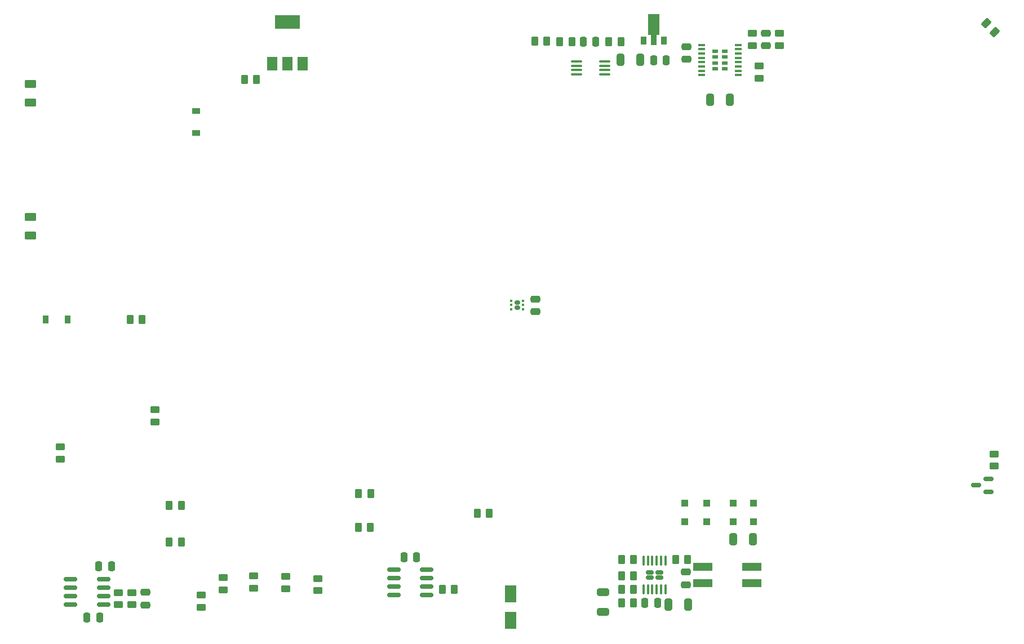
<source format=gbr>
G04 #@! TF.GenerationSoftware,KiCad,Pcbnew,(6.0.0)*
G04 #@! TF.CreationDate,2022-02-13T14:40:29+01:00*
G04 #@! TF.ProjectId,ADRmu,4144526d-752e-46b6-9963-61645f706362,0.3*
G04 #@! TF.SameCoordinates,Original*
G04 #@! TF.FileFunction,Paste,Top*
G04 #@! TF.FilePolarity,Positive*
%FSLAX46Y46*%
G04 Gerber Fmt 4.6, Leading zero omitted, Abs format (unit mm)*
G04 Created by KiCad (PCBNEW (6.0.0)) date 2022-02-13 14:40:29*
%MOMM*%
%LPD*%
G01*
G04 APERTURE LIST*
G04 Aperture macros list*
%AMRoundRect*
0 Rectangle with rounded corners*
0 $1 Rounding radius*
0 $2 $3 $4 $5 $6 $7 $8 $9 X,Y pos of 4 corners*
0 Add a 4 corners polygon primitive as box body*
4,1,4,$2,$3,$4,$5,$6,$7,$8,$9,$2,$3,0*
0 Add four circle primitives for the rounded corners*
1,1,$1+$1,$2,$3*
1,1,$1+$1,$4,$5*
1,1,$1+$1,$6,$7*
1,1,$1+$1,$8,$9*
0 Add four rect primitives between the rounded corners*
20,1,$1+$1,$2,$3,$4,$5,0*
20,1,$1+$1,$4,$5,$6,$7,0*
20,1,$1+$1,$6,$7,$8,$9,0*
20,1,$1+$1,$8,$9,$2,$3,0*%
%AMFreePoly0*
4,1,9,3.862500,-0.866500,0.737500,-0.866500,0.737500,-0.450000,-0.737500,-0.450000,-0.737500,0.450000,0.737500,0.450000,0.737500,0.866500,3.862500,0.866500,3.862500,-0.866500,3.862500,-0.866500,$1*%
G04 Aperture macros list end*
%ADD10RoundRect,0.250000X0.262500X0.450000X-0.262500X0.450000X-0.262500X-0.450000X0.262500X-0.450000X0*%
%ADD11RoundRect,0.250000X0.503814X0.132583X0.132583X0.503814X-0.503814X-0.132583X-0.132583X-0.503814X0*%
%ADD12RoundRect,0.250000X0.450000X-0.262500X0.450000X0.262500X-0.450000X0.262500X-0.450000X-0.262500X0*%
%ADD13RoundRect,0.250000X-0.625000X0.375000X-0.625000X-0.375000X0.625000X-0.375000X0.625000X0.375000X0*%
%ADD14RoundRect,0.250000X-0.262500X-0.450000X0.262500X-0.450000X0.262500X0.450000X-0.262500X0.450000X0*%
%ADD15RoundRect,0.250000X-0.250000X-0.475000X0.250000X-0.475000X0.250000X0.475000X-0.250000X0.475000X0*%
%ADD16RoundRect,0.250000X-0.450000X0.262500X-0.450000X-0.262500X0.450000X-0.262500X0.450000X0.262500X0*%
%ADD17R,1.200000X0.900000*%
%ADD18RoundRect,0.150000X-0.825000X-0.150000X0.825000X-0.150000X0.825000X0.150000X-0.825000X0.150000X0*%
%ADD19RoundRect,0.160000X-0.245000X-0.160000X0.245000X-0.160000X0.245000X0.160000X-0.245000X0.160000X0*%
%ADD20RoundRect,0.093750X-0.093750X-0.106250X0.093750X-0.106250X0.093750X0.106250X-0.093750X0.106250X0*%
%ADD21RoundRect,0.250000X-0.325000X-0.650000X0.325000X-0.650000X0.325000X0.650000X-0.325000X0.650000X0*%
%ADD22R,0.900000X1.300000*%
%ADD23FreePoly0,90.000000*%
%ADD24RoundRect,0.167500X-0.407500X0.167500X-0.407500X-0.167500X0.407500X-0.167500X0.407500X0.167500X0*%
%ADD25RoundRect,0.100000X-0.100000X0.625000X-0.100000X-0.625000X0.100000X-0.625000X0.100000X0.625000X0*%
%ADD26RoundRect,0.250000X0.475000X-0.250000X0.475000X0.250000X-0.475000X0.250000X-0.475000X-0.250000X0*%
%ADD27R,1.800000X2.500000*%
%ADD28RoundRect,0.250000X0.250000X0.475000X-0.250000X0.475000X-0.250000X-0.475000X0.250000X-0.475000X0*%
%ADD29R,0.900000X1.200000*%
%ADD30R,1.100000X1.100000*%
%ADD31RoundRect,0.250000X-0.475000X0.250000X-0.475000X-0.250000X0.475000X-0.250000X0.475000X0.250000X0*%
%ADD32R,1.050000X0.450000*%
%ADD33R,0.882000X0.537000*%
%ADD34RoundRect,0.150000X0.587500X0.150000X-0.587500X0.150000X-0.587500X-0.150000X0.587500X-0.150000X0*%
%ADD35R,2.850000X1.200000*%
%ADD36RoundRect,0.100000X-0.712500X-0.100000X0.712500X-0.100000X0.712500X0.100000X-0.712500X0.100000X0*%
%ADD37RoundRect,0.250000X0.325000X0.650000X-0.325000X0.650000X-0.325000X-0.650000X0.325000X-0.650000X0*%
%ADD38RoundRect,0.250000X0.650000X-0.325000X0.650000X0.325000X-0.650000X0.325000X-0.650000X-0.325000X0*%
%ADD39R,1.500000X2.000000*%
%ADD40R,3.800000X2.000000*%
G04 APERTURE END LIST*
D10*
G04 #@! TO.C,R306*
X152763900Y-58209600D03*
X150938900Y-58209600D03*
G04 #@! TD*
D11*
G04 #@! TO.C,R302*
X216291235Y-56779235D03*
X215000765Y-55488765D03*
G04 #@! TD*
D10*
G04 #@! TO.C,R204*
X105367500Y-63950000D03*
X103542500Y-63950000D03*
G04 #@! TD*
D12*
G04 #@! TO.C,R224*
X97089000Y-143221500D03*
X97089000Y-141396500D03*
G04 #@! TD*
D13*
G04 #@! TO.C,D306*
X71375000Y-84600000D03*
X71375000Y-87400000D03*
G04 #@! TD*
D14*
G04 #@! TO.C,R312*
X160184500Y-140531000D03*
X162009500Y-140531000D03*
G04 #@! TD*
D15*
G04 #@! TO.C,C203*
X79888000Y-144780000D03*
X81788000Y-144780000D03*
G04 #@! TD*
D14*
G04 #@! TO.C,R217*
X120682500Y-126180000D03*
X122507500Y-126180000D03*
G04 #@! TD*
G04 #@! TO.C,R229*
X133260500Y-140531000D03*
X135085500Y-140531000D03*
G04 #@! TD*
D16*
G04 #@! TO.C,R202*
X90097000Y-113572500D03*
X90097000Y-115397500D03*
G04 #@! TD*
D15*
G04 #@! TO.C,C307*
X154457400Y-58209600D03*
X156357400Y-58209600D03*
G04 #@! TD*
D17*
G04 #@! TO.C,D201*
X96327000Y-68650000D03*
X96327000Y-71950000D03*
G04 #@! TD*
D10*
G04 #@! TO.C,R305*
X160129900Y-58209600D03*
X158304900Y-58209600D03*
G04 #@! TD*
D16*
G04 #@! TO.C,R304*
X180848000Y-61887500D03*
X180848000Y-63712500D03*
G04 #@! TD*
D18*
G04 #@! TO.C,U203*
X125983000Y-137610000D03*
X125983000Y-138880000D03*
X125983000Y-140150000D03*
X125983000Y-141420000D03*
X130933000Y-141420000D03*
X130933000Y-140150000D03*
X130933000Y-138880000D03*
X130933000Y-137610000D03*
G04 #@! TD*
D19*
G04 #@! TO.C,U304*
X144529921Y-97408720D03*
X144529921Y-98208720D03*
D20*
X143642421Y-97158720D03*
X143642421Y-97808720D03*
X143642421Y-98458720D03*
X145417421Y-98458720D03*
X145417421Y-97808720D03*
X145417421Y-97158720D03*
G04 #@! TD*
D16*
G04 #@! TO.C,R226*
X114615000Y-138916000D03*
X114615000Y-140741000D03*
G04 #@! TD*
D12*
G04 #@! TO.C,R301*
X183896000Y-58824500D03*
X183896000Y-56999500D03*
G04 #@! TD*
D16*
G04 #@! TO.C,R214*
X100391000Y-138789000D03*
X100391000Y-140614000D03*
G04 #@! TD*
D21*
G04 #@! TO.C,C305*
X160069000Y-60960000D03*
X163019000Y-60960000D03*
G04 #@! TD*
D16*
G04 #@! TO.C,R227*
X109789000Y-138597500D03*
X109789000Y-140422500D03*
G04 #@! TD*
D21*
G04 #@! TO.C,C312*
X167242000Y-142817000D03*
X170192000Y-142817000D03*
G04 #@! TD*
D22*
G04 #@! TO.C,U301*
X163559400Y-58081600D03*
D23*
X165059400Y-57994100D03*
D22*
X166559400Y-58081600D03*
G04 #@! TD*
D24*
G04 #@! TO.C,U305*
X165871000Y-137962000D03*
X164451000Y-137962000D03*
X164451000Y-138782000D03*
X165871000Y-138782000D03*
D25*
X166786000Y-136222000D03*
X166136000Y-136222000D03*
X165486000Y-136222000D03*
X164836000Y-136222000D03*
X164186000Y-136222000D03*
X163536000Y-136222000D03*
X163536000Y-140522000D03*
X164186000Y-140522000D03*
X164836000Y-140522000D03*
X165486000Y-140522000D03*
X166136000Y-140522000D03*
X166786000Y-140522000D03*
G04 #@! TD*
D14*
G04 #@! TO.C,R211*
X120667000Y-131260000D03*
X122492000Y-131260000D03*
G04 #@! TD*
D26*
G04 #@! TO.C,C309*
X147245921Y-98834720D03*
X147245921Y-96934720D03*
G04 #@! TD*
D27*
G04 #@! TO.C,D101*
X143571000Y-145198000D03*
X143571000Y-141198000D03*
G04 #@! TD*
D28*
G04 #@! TO.C,C303*
X166950000Y-61016000D03*
X165050000Y-61016000D03*
G04 #@! TD*
D18*
G04 #@! TO.C,U202*
X77440000Y-139022500D03*
X77440000Y-140292500D03*
X77440000Y-141562500D03*
X77440000Y-142832500D03*
X82390000Y-142832500D03*
X82390000Y-141562500D03*
X82390000Y-140292500D03*
X82390000Y-139022500D03*
G04 #@! TD*
D10*
G04 #@! TO.C,R310*
X162009500Y-136086000D03*
X160184500Y-136086000D03*
G04 #@! TD*
D29*
G04 #@! TO.C,D202*
X77023000Y-100018000D03*
X73723000Y-100018000D03*
G04 #@! TD*
D12*
G04 #@! TO.C,R207*
X84643000Y-142840500D03*
X84643000Y-141015500D03*
G04 #@! TD*
D30*
G04 #@! TO.C,D302*
X173000000Y-130400000D03*
X173000000Y-127600000D03*
G04 #@! TD*
D15*
G04 #@! TO.C,C311*
X163703000Y-142563000D03*
X165603000Y-142563000D03*
G04 #@! TD*
D31*
G04 #@! TO.C,C310*
X169860000Y-137930000D03*
X169860000Y-139830000D03*
G04 #@! TD*
D10*
G04 #@! TO.C,R311*
X162009500Y-142563000D03*
X160184500Y-142563000D03*
G04 #@! TD*
G04 #@! TO.C,R307*
X149004700Y-58158800D03*
X147179700Y-58158800D03*
G04 #@! TD*
G04 #@! TO.C,R309*
X170137500Y-136086000D03*
X168312500Y-136086000D03*
G04 #@! TD*
G04 #@! TO.C,R218*
X94069500Y-127958000D03*
X92244500Y-127958000D03*
G04 #@! TD*
D32*
G04 #@! TO.C,U302*
X177775000Y-63275000D03*
X177775000Y-62625000D03*
X177775000Y-61975000D03*
X177775000Y-61325000D03*
X177775000Y-60675000D03*
X177775000Y-60025000D03*
X177775000Y-59375000D03*
X177775000Y-58725000D03*
X172225000Y-58725000D03*
X172225000Y-59375000D03*
X172225000Y-60025000D03*
X172225000Y-60675000D03*
X172225000Y-61325000D03*
X172225000Y-61975000D03*
X172225000Y-62625000D03*
X172225000Y-63275000D03*
D33*
X175735000Y-60552500D03*
X175735000Y-61447500D03*
X174265000Y-60552500D03*
X174265000Y-62342500D03*
X175735000Y-59657500D03*
X174265000Y-59657500D03*
X175735000Y-62342500D03*
X174265000Y-61447500D03*
G04 #@! TD*
D12*
G04 #@! TO.C,R206*
X86675000Y-142840500D03*
X86675000Y-141015500D03*
G04 #@! TD*
D34*
G04 #@! TO.C,Q301*
X215374500Y-125860000D03*
X215374500Y-123960000D03*
X213499500Y-124910000D03*
G04 #@! TD*
D16*
G04 #@! TO.C,R205*
X75873000Y-119160500D03*
X75873000Y-120985500D03*
G04 #@! TD*
D12*
G04 #@! TO.C,R308*
X216215000Y-122012500D03*
X216215000Y-120187500D03*
G04 #@! TD*
D15*
G04 #@! TO.C,C207*
X127508000Y-135705000D03*
X129408000Y-135705000D03*
G04 #@! TD*
D35*
G04 #@! TO.C,FL301*
X179766000Y-139642000D03*
X172416000Y-139642000D03*
X179766000Y-137142000D03*
X172416000Y-137142000D03*
G04 #@! TD*
D36*
G04 #@! TO.C,U303*
X153426200Y-61218560D03*
X153426200Y-61868560D03*
X153426200Y-62518560D03*
X153426200Y-63168560D03*
X157651200Y-63168560D03*
X157651200Y-62518560D03*
X157651200Y-61868560D03*
X157651200Y-61218560D03*
G04 #@! TD*
D13*
G04 #@! TO.C,D301*
X71375000Y-64600000D03*
X71375000Y-67400000D03*
G04 #@! TD*
D16*
G04 #@! TO.C,R208*
X104963000Y-138535000D03*
X104963000Y-140360000D03*
G04 #@! TD*
D10*
G04 #@! TO.C,R221*
X88187500Y-100000000D03*
X86362500Y-100000000D03*
G04 #@! TD*
G04 #@! TO.C,R212*
X94069500Y-133419000D03*
X92244500Y-133419000D03*
G04 #@! TD*
D30*
G04 #@! TO.C,D305*
X180000000Y-127600000D03*
X180000000Y-130400000D03*
G04 #@! TD*
D37*
G04 #@! TO.C,C306*
X176475000Y-67000000D03*
X173525000Y-67000000D03*
G04 #@! TD*
D15*
G04 #@! TO.C,C202*
X81661000Y-137102000D03*
X83561000Y-137102000D03*
G04 #@! TD*
D38*
G04 #@! TO.C,C313*
X157414000Y-143911000D03*
X157414000Y-140961000D03*
G04 #@! TD*
D26*
G04 #@! TO.C,C301*
X170000000Y-60894000D03*
X170000000Y-58994000D03*
G04 #@! TD*
D30*
G04 #@! TO.C,D304*
X177000000Y-130400000D03*
X177000000Y-127600000D03*
G04 #@! TD*
D12*
G04 #@! TO.C,R303*
X179832000Y-58824500D03*
X179832000Y-56999500D03*
G04 #@! TD*
D31*
G04 #@! TO.C,C201*
X88707000Y-140978000D03*
X88707000Y-142878000D03*
G04 #@! TD*
D26*
G04 #@! TO.C,C304*
X181864000Y-58862000D03*
X181864000Y-56962000D03*
G04 #@! TD*
D14*
G04 #@! TO.C,R222*
X138518500Y-129094000D03*
X140343500Y-129094000D03*
G04 #@! TD*
D30*
G04 #@! TO.C,D303*
X169672000Y-127600000D03*
X169672000Y-130400000D03*
G04 #@! TD*
D39*
G04 #@! TO.C,Q201*
X107700000Y-61570000D03*
X110000000Y-61570000D03*
D40*
X110000000Y-55270000D03*
D39*
X112300000Y-61570000D03*
G04 #@! TD*
D10*
G04 #@! TO.C,R313*
X162009500Y-138499000D03*
X160184500Y-138499000D03*
G04 #@! TD*
D21*
G04 #@! TO.C,C308*
X177021000Y-133000000D03*
X179971000Y-133000000D03*
G04 #@! TD*
M02*

</source>
